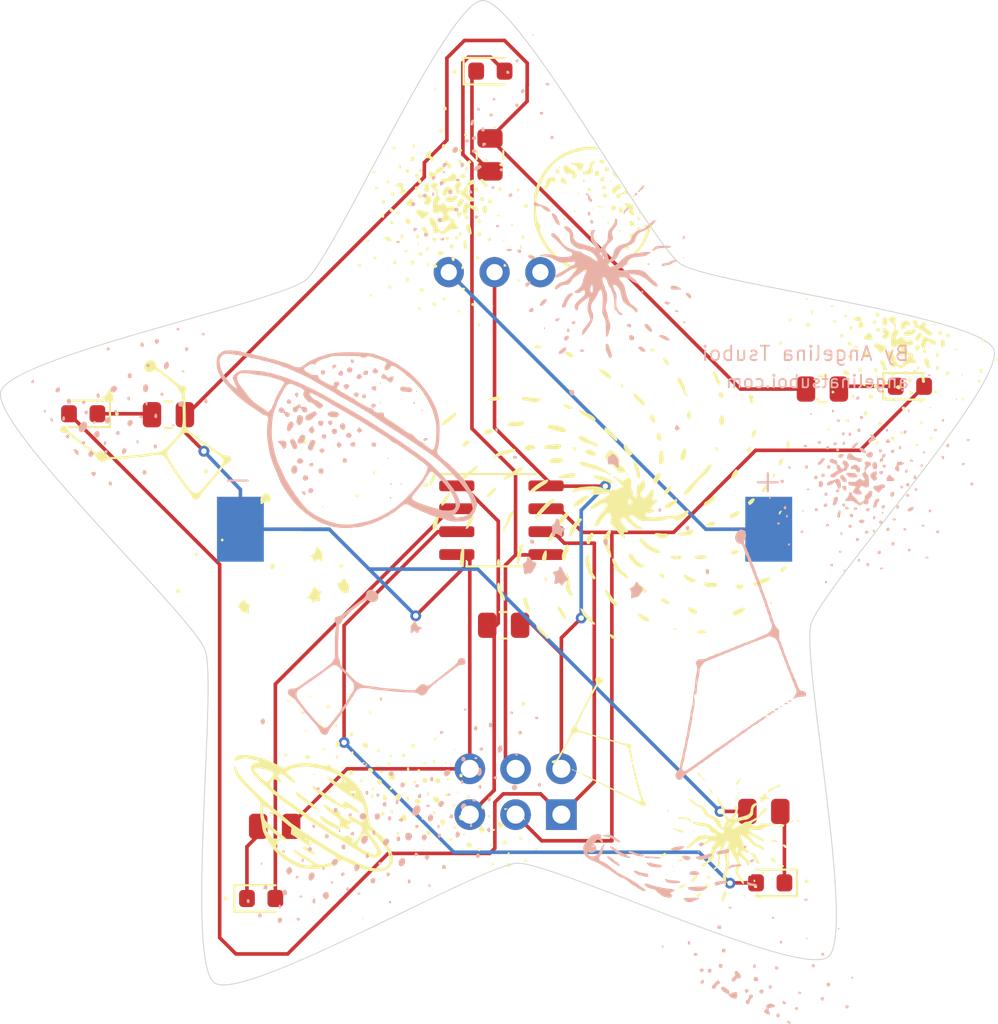
<source format=kicad_pcb>
(kicad_pcb (version 20221018) (generator pcbnew)
  (title_block (title "Star Necklace ATtiny13") (date "2024-03-22") (rev "1") (company "Angelina Tsuboi"))
  (layers (0 "F.Cu" signal) (31 "B.Cu" signal) (34 "B.Paste" user) (35 "F.Paste" user) (36 "B.SilkS" user "B.Silkscreen") (37 "F.SilkS" user "F.Silkscreen") (38 "B.Mask" user) (39 "F.Mask" user) (44 "Edge.Cuts" user))
  (net 0 "")
  (net 1 "Net-(D1-K)")
  (net 2 "GNDREF")
  (net 3 "Net-(D2-K)")
  (net 4 "Net-(D3-K)")
  (net 5 "Net-(D4-K)")
  (net 6 "Net-(D5-K)")
  (net 7 "VCC")
  (net 8 "RST")
  (net 9 "PB3")
  (net 10 "PB4")
  (net 11 "MOSI")
  (net 12 "MISO")
  (net 13 "SCK")
  (net 15 "Net-(BAT1-+)")
  (footprint "LED_SMD:LED_0603_1608Metric" (layer "F.Cu") (at 112.482 84.6338 180)
    (fp_text reference "D5" hide)
    (fp_text value "LED")
    (pad "1" smd roundrect (at -0.7875 0 180) (size 0.875 0.95) (layers "F.Cu" "F.Paste" "F.Mask") (net 6 "Net-(D5-K)"))
    (pad "2" smd roundrect (at 0.7875 0 180) (size 0.875 0.95) (layers "F.Cu" "F.Paste" "F.Mask") (net 10 "PB4"))
  )
  (footprint "Resistor_SMD:R_0805_2012Metric" (layer "F.Cu") (at 112.1283 80.6714 180)
    (fp_text reference "R5" hide)
    (fp_text value "100")
    (pad "1" smd roundrect (at -0.9125 0 180) (size 1.025 1.4) (layers "F.Cu" "F.Paste" "F.Mask") (roundrect_rratio 0.243902439) (net 6 "Net-(D5-K)"))
    (pad "2" smd roundrect (at 0.9125 0 180) (size 1.025 1.4) (layers "F.Cu" "F.Paste" "F.Mask") (roundrect_rratio 0.243902439) (net 2 "GNDREF"))
  )
  (footprint "LED_SMD:LED_0603_1608Metric" (layer "F.Cu") (at 74.382 58.6242 180)
    (fp_text reference "D2" hide)
    (fp_text value "LED" hide)
    (pad "1" smd roundrect (at -0.7875 0 180) (size 0.875 0.95) (layers "F.Cu" "F.Paste" "F.Mask") (net 3 "Net-(D2-K)"))
    (pad "2" smd roundrect (at 0.7875 0 180) (size 0.875 0.95) (layers "F.Cu" "F.Paste" "F.Mask") (net 12 "MISO"))
  )
  (footprint "LED_SMD:LED_0603_1608Metric" (layer "F.Cu") (at 120.2289 57.1002)
    (fp_text reference "D3" hide)
    (fp_text value "LED")
    (pad "1" smd roundrect (at -0.7875 0) (size 0.875 0.95) (layers "F.Cu" "F.Paste" "F.Mask") (net 4 "Net-(D3-K)"))
    (pad "2" smd roundrect (at 0.7875 0) (size 0.875 0.95) (layers "F.Cu" "F.Paste" "F.Mask") (net 13 "SCK"))
  )
  (footprint "LOGO" (layer "F.Cu") (at 98.75 63)
    (fp_text reference "G***" hide)
    (fp_text value "LOGO" hide)
  )
  (footprint "Resistor_SMD:R_0805_2012Metric" (layer "F.Cu") (at 115.3776 57.2526 180)
    (fp_text reference "R3" hide)
    (fp_text value "100")
    (pad "1" smd roundrect (at -0.9125 0 180) (size 1.025 1.4) (layers "F.Cu" "F.Paste" "F.Mask") (roundrect_rratio 0.243902439) (net 4 "Net-(D3-K)"))
    (pad "2" smd roundrect (at 0.9125 0 180) (size 1.025 1.4) (layers "F.Cu" "F.Paste" "F.Mask") (roundrect_rratio 0.243902439) (net 2 "GNDREF"))
  )
  (footprint "LED_SMD:LED_0603_1608Metric" (layer "F.Cu") (at 84.25 85.5)
    (fp_text reference "D4" hide)
    (fp_text value "LED")
    (pad "1" smd roundrect (at -0.7875 0) (size 0.875 0.95) (layers "F.Cu" "F.Paste" "F.Mask") (net 5 "Net-(D4-K)"))
    (pad "2" smd roundrect (at 0.7875 0) (size 0.875 0.95) (layers "F.Cu" "F.Paste" "F.Mask") (net 9 "PB3"))
  )
  (footprint "Package_SO:SOIC-8_3.9x4.9mm_P1.27mm" (layer "F.Cu") (at 97.575 64.525)
    (fp_text reference "U1" hide)
    (fp_text value "ATtiny13A")
    (pad "1" smd roundrect (at -2.475 -1.905) (size 1.95 0.6) (layers "F.Cu" "F.Paste" "F.Mask") (net 8 "RST"))
    (pad "2" smd roundrect (at -2.475 -0.635) (size 1.95 0.6) (layers "F.Cu" "F.Paste" "F.Mask") (net 9 "PB3"))
    (pad "3" smd roundrect (at -2.475 0.635) (size 1.95 0.6) (layers "F.Cu" "F.Paste" "F.Mask") (net 10 "PB4"))
    (pad "4" smd roundrect (at -2.475 1.905) (size 1.95 0.6) (layers "F.Cu" "F.Paste" "F.Mask") (net 2 "GNDREF"))
    (pad "5" smd roundrect (at 2.475 1.905) (size 1.95 0.6) (layers "F.Cu" "F.Paste" "F.Mask") (net 11 "MOSI"))
    (pad "6" smd roundrect (at 2.475 0.635) (size 1.95 0.6) (layers "F.Cu" "F.Paste" "F.Mask") (net 12 "MISO"))
    (pad "7" smd roundrect (at 2.475 -0.635) (size 1.95 0.6) (layers "F.Cu" "F.Paste" "F.Mask") (net 13 "SCK"))
    (pad "8" smd roundrect (at 2.475 -1.905) (size 1.95 0.6) (layers "F.Cu" "F.Paste" "F.Mask") (net 7 "VCC"))
  )
  (footprint "Resistor_SMD:R_0805_2012Metric" (layer "F.Cu") (at 97.7 70.35 180)
    (fp_text reference "R6" hide)
    (fp_text value "4.7k")
    (pad "1" smd roundrect (at -0.9125 0 180) (size 1.025 1.4) (layers "F.Cu" "F.Paste" "F.Mask") (roundrect_rratio 0.243902439) (net 7 "VCC"))
    (pad "2" smd roundrect (at 0.9125 0 180) (size 1.025 1.4) (layers "F.Cu" "F.Paste" "F.Mask") (roundrect_rratio 0.243902439) (net 8 "RST"))
  )
  (footprint "Resistor_SMD:R_0805_2012Metric" (layer "F.Cu") (at 79.1083 58.675)
    (fp_text reference "R2" hide)
    (fp_text value "100")
    (pad "1" smd roundrect (at -0.9125 0) (size 1.025 1.4) (layers "F.Cu" "F.Paste" "F.Mask") (roundrect_rratio 0.243902439) (net 3 "Net-(D2-K)"))
    (pad "2" smd roundrect (at 0.9125 0) (size 1.025 1.4) (layers "F.Cu" "F.Paste" "F.Mask") (roundrect_rratio 0.243902439) (net 2 "GNDREF"))
  )
  (footprint "Resistor_SMD:R_0805_2012Metric" (layer "F.Cu") (at 96.940656 44.269458 90)
    (fp_text reference "R1" hide)
    (fp_text value "100")
    (pad "1" smd roundrect (at -0.9125 0 90) (size 1.025 1.4) (layers "F.Cu" "F.Paste" "F.Mask") (roundrect_rratio 0.243902439) (net 1 "Net-(D1-K)"))
    (pad "2" smd roundrect (at 0.9125 0 90) (size 1.025 1.4) (layers "F.Cu" "F.Paste" "F.Mask") (roundrect_rratio 0.243902439) (net 2 "GNDREF"))
  )
  (footprint "LED_SMD:LED_0603_1608Metric" (layer "F.Cu") (at 96.9625 39.625)
    (fp_text reference "D1" hide)
    (fp_text value "LED")
    (pad "1" smd roundrect (at -0.7875 0) (size 0.875 0.95) (layers "F.Cu" "F.Paste" "F.Mask") (net 1 "Net-(D1-K)"))
    (pad "2" smd roundrect (at 0.7875 0) (size 0.875 0.95) (layers "F.Cu" "F.Paste" "F.Mask") (net 11 "MOSI"))
  )
  (footprint "Resistor_SMD:R_0805_2012Metric" (layer "F.Cu") (at 85 81.5)
    (fp_text reference "R4" hide)
    (fp_text value "100")
    (pad "1" smd roundrect (at -0.9125 0) (size 1.025 1.4) (layers "F.Cu" "F.Paste" "F.Mask") (roundrect_rratio 0.243902439) (net 5 "Net-(D4-K)"))
    (pad "2" smd roundrect (at 0.9125 0) (size 1.025 1.4) (layers "F.Cu" "F.Paste" "F.Mask") (roundrect_rratio 0.243902439) (net 2 "GNDREF"))
  )
  (footprint "Connector_PinHeader_2.54mm:PinHeader_2x03_P2.54mm_Vertical" (layer "B.Cu") (at 100.9 80.85 90)
    (fp_text reference "J1" hide)
    (fp_text value "Conn_02x03_Odd_Even" hide)
    (pad "1" thru_hole rect (at 0 0 90) (size 1.7 1.7) (drill 1) (layers "*.Cu" "*.Mask") (net 12 "MISO"))
    (pad "2" thru_hole oval (at 2.54 0 90) (size 1.7 1.7) (drill 1) (layers "*.Cu" "*.Mask") (net 7 "VCC"))
    (pad "3" thru_hole oval (at 0 -2.54 90) (size 1.7 1.7) (drill 1) (layers "*.Cu" "*.Mask") (net 13 "SCK"))
    (pad "4" thru_hole oval (at 2.54 -2.54 90) (size 1.7 1.7) (drill 1) (layers "*.Cu" "*.Mask") (net 11 "MOSI"))
    (pad "5" thru_hole oval (at 0 -5.08 90) (size 1.7 1.7) (drill 1) (layers "*.Cu" "*.Mask") (net 8 "RST"))
    (pad "6" thru_hole oval (at 2.54 -5.08 90) (size 1.7 1.7) (drill 1) (layers "*.Cu" "*.Mask") (net 2 "GNDREF"))
  )
  (footprint "Button_Switch_THT:Schiebeschalter_SS-12D00" (layer "B.Cu") (at 97.194656 50.771858 180)
    (fp_text reference "SW1" hide)
    (fp_text value "SW_SPDT")
    (pad "1" thru_hole circle (at -2.54 0 180) (size 1.6764 1.6764) (drill 0.9) (layers "*.Cu" "*.Mask"))
    (pad "2" thru_hole circle (at 0 0 180) (size 1.6764 1.6764) (drill 0.9) (layers "*.Cu" "*.Mask") (net 7 "VCC"))
    (pad "3" thru_hole circle (at 2.54 0 180) (size 1.6764 1.6764) (drill 0.9) (layers "*.Cu" "*.Mask") (net 15 "Net-(BAT1-+)"))
  )
  (footprint "Battery:BatteryHolder_Keystone_1060_1x2032" (layer "B.Cu") (at 97.75 65.025 180)
    (fp_text reference "BAT1" hide)
    (fp_text value "Coin Cell Holder 3V" hide)
    (pad "1" smd rect (at -14.65 0) (size 2.6 3.6) (layers "B.Cu" "B.Paste" "B.Mask") (net 15 "Net-(BAT1-+)"))
    (pad "2" smd rect (at 14.65 0) (size 2.6 3.6) (layers "B.Cu" "B.Paste" "B.Mask") (net 2 "GNDREF"))
  )
  (footprint "LOGO" (layer "B.Cu") (at 97.75 65.025 180)
    (fp_text reference "G***" hide)
    (fp_text value "LOGO" hide)
  )
  (gr_circle (center 114.5 84.55) (end 114.525 84.6) (stroke (width 0.1)) (fill none) (layer "F.SilkS"))
  (gr_circle (center 82.275 85.5) (end 82.3 85.55) (stroke (width 0.1)) (fill none) (layer "F.SilkS"))
  (gr_circle (center 118.325 57.1) (end 118.35 57.15) (stroke (width 0.1)) (fill none) (layer "F.SilkS"))
  (gr_circle (center 76.25 58.625) (end 76.275 58.675) (stroke (width 0.1)) (fill none) (layer "F.SilkS"))
  (gr_circle (center 93.375 62.575) (end 93.4 62.6) (stroke (width 0.1)) (fill none) (layer "F.SilkS"))
  (gr_circle (center 94.975 39.65) (end 95 39.7) (stroke (width 0.1)) (fill none) (layer "F.SilkS"))
  (gr_curve (pts (xy 81.666391 90.178892) (xy 80.019391 89.054542) (xy 81.833291 73.635178) (xy 81.144825 71.73209)) (stroke (width 0.05)) (layer "Edge.Cuts"))
  (gr_curve (pts (xy 81.144825 71.73209) (xy 80.456358 69.829002) (xy 69.276961 59.359913) (xy 69.81 57.405)) (stroke (width 0.05)) (layer "Edge.Cuts"))
  (gr_curve (pts (xy 98.446702 83.543431) (xy 96.470265 83.627289) (xy 83.313391 91.303235) (xy 81.666391 90.178892)) (stroke (width 0.05)) (layer "Edge.Cuts"))
  (gr_curve (pts (xy 69.81 57.405) (xy 70.343037 55.450088) (xy 85.193493 52.455606) (xy 86.744433 51.195581)) (stroke (width 0.05)) (layer "Edge.Cuts"))
  (gr_curve (pts (xy 115.70348 88.734753) (xy 114.152543 89.994785) (xy 100.42314 83.459574) (xy 98.446702 83.543431)) (stroke (width 0.05)) (layer "Edge.Cuts"))
  (gr_curve (pts (xy 96.519433 35.705495) (xy 98.49587 35.621638) (xy 105.860054 49.190315) (xy 107.507056 50.314658)) (stroke (width 0.05)) (layer "Edge.Cuts"))
  (gr_curve (pts (xy 114.739457 70.306729) (xy 114.206417 72.261642) (xy 117.254418 87.474728) (xy 115.70348 88.734753)) (stroke (width 0.05)) (layer "Edge.Cuts"))
  (gr_curve (pts (xy 124.883167 55.068349) (xy 125.57163 56.97143) (xy 115.272496 68.351817) (xy 114.739457 70.306729)) (stroke (width 0.05)) (layer "Edge.Cuts"))
  (gr_curve (pts (xy 86.744433 51.195581) (xy 88.295373 49.935549) (xy 94.543002 35.789353) (xy 96.519433 35.705495)) (stroke (width 0.05)) (layer "Edge.Cuts"))
  (gr_curve (pts (xy 107.507056 50.314658) (xy 109.154058 51.439001) (xy 124.194698 53.165261) (xy 124.883167 55.068349)) (stroke (width 0.05)) (layer "Edge.Cuts"))
  (gr_text "angelinatsuboi.com" (at 120.25 57.25) (layer "B.SilkS") (effects (font (size 0.7 0.7) (thickness 0.1)) (justify left bottom mirror)))
  (gr_text "By Angelina Tsuboi" (at 120.25 55.75) (layer "B.SilkS") (effects (font (size 0.8 0.8) (thickness 0.1)) (justify left bottom mirror)))
  (segment (start 95.940656 44.181958) (end 96.940656 45.181958) (width 0.2) (layer "F.Cu") (net 1))
  (segment (start 96.175 39.625) (end 95.940656 39.859344) (width 0.2) (layer "F.Cu") (net 1))
  (segment (start 95.940656 39.859344) (end 95.940656 44.181958) (width 0.2) (layer "F.Cu") (net 1))
  (segment (start 99.006143 39.181143) (end 97.75 37.925) (width 0.2) (layer "F.Cu") (net 2))
  (segment (start 111.2158 80.6714) (end 109.7036 80.6714) (width 0.2) (layer "F.Cu") (net 2))
  (segment (start 89.015 78.31) (end 95.82 78.31) (width 0.2) (layer "F.Cu") (net 2))
  (segment (start 95.4924 67.1576) (end 95.4924 66.4474) (width 0.2) (layer "F.Cu") (net 2))
  (segment (start 114.4651 57.2526) (end 110.836298 57.2526) (width 0.2) (layer "F.Cu") (net 2))
  (segment (start 99 40.4) (end 99.006143 40.393857) (width 0.2) (layer "F.Cu") (net 2))
  (segment (start 94.55 43.45) (end 93.3 44.7) (width 0.2) (layer "F.Cu") (net 2))
  (segment (start 85.9125 82) (end 86.080931 81.831569) (width 0.2) (layer "F.Cu") (net 2))
  (segment (start 99.006143 40.393857) (end 99.006143 39.181143) (width 0.2) (layer "F.Cu") (net 2))
  (segment (start 92.825 69.825) (end 95.4924 67.1576) (width 0.2) (layer "F.Cu") (net 2))
  (segment (start 94.55 38.9) (end 94.55 43.45) (width 0.2) (layer "F.Cu") (net 2))
  (segment (start 95.82 66.775) (end 95.4924 66.4474) (width 0.2) (layer "F.Cu") (net 2))
  (segment (start 99 41.297614) (end 99 40.4) (width 0.2) (layer "F.Cu") (net 2))
  (segment (start 93.3 45.494729) (end 80.119729 58.675) (width 0.2) (layer "F.Cu") (net 2))
  (segment (start 85.8628 81.4622) (end 89.015 78.31) (width 0.2) (layer "F.Cu") (net 2))
  (segment (start 80.0208 58.675) (end 80.0208 59.6458) (width 0.2) (layer "F.Cu") (net 2))
  (segment (start 110.836298 57.2526) (end 96.940656 43.356958) (width 0.2) (layer "F.Cu") (net 2))
  (segment (start 93.3 44.7) (end 93.3 45.494729) (width 0.2) (layer "F.Cu") (net 2))
  (segment (start 96.940656 43.356958) (end 99 41.297614) (width 0.2) (layer "F.Cu") (net 2))
  (segment (start 80.0208 59.6458) (end 81.075 60.7) (width 0.2) (layer "F.Cu") (net 2))
  (segment (start 80.119729 58.675) (end 80.0208 58.675) (width 0.2) (layer "F.Cu") (net 2))
  (segment (start 95.82 78.31) (end 95.82 66.775) (width 0.2) (layer "F.Cu") (net 2))
  (segment (start 109.7036 80.6714) (end 109.7 80.675) (width 0.2) (layer "F.Cu") (net 2))
  (segment (start 95.525 37.925) (end 94.55 38.9) (width 0.2) (layer "F.Cu") (net 2))
  (segment (start 97.75 37.925) (end 95.525 37.925) (width 0.2) (layer "F.Cu") (net 2))
  (via (at 81.075 60.7) (size 0.6) (drill 0.3) (layers "F.Cu" "B.Cu") (net 2))
  (via (at 92.825 69.825) (size 0.6) (drill 0.3) (layers "F.Cu" "B.Cu") (net 2))
  (via (at 81.075 60.7) (size 0.6) (drill 0.3) (layers "F.Cu" "B.Cu") (net 2))
  (via (at 109.7 80.675) (size 0.6) (drill 0.3) (layers "F.Cu" "B.Cu") (net 2))
  (segment (start 88.025 65.025) (end 86.575 65.025) (width 0.2) (layer "B.Cu") (net 2))
  (segment (start 81.075 60.7) (end 81.1 60.825) (width 0.2) (layer "B.Cu") (net 2))
  (segment (start 90.2375 67.2375) (end 88.025 65.025) (width 0.2) (layer "B.Cu") (net 2))
  (segment (start 83.1 65.025) (end 83.1 62.825) (width 0.2) (layer "B.Cu") (net 2))
  (segment (start 96.2625 67.2375) (end 90.2375 67.2375) (width 0.2) (layer "B.Cu") (net 2))
  (segment (start 92.825 69.825) (end 90.2375 67.2375) (width 0.2) (layer "B.Cu") (net 2))
  (segment (start 83.1 62.825) (end 81.075 60.7) (width 0.2) (layer "B.Cu") (net 2))
  (segment (start 83.1 65.025) (end 88.025 65.025) (width 0.2) (layer "B.Cu") (net 2))
  (segment (start 109.7 80.675) (end 96.2625 67.2375) (width 0.2) (layer "B.Cu") (net 2))
  (segment (start 78.145 58.6242) (end 78.1958 58.675) (width 0.2) (layer "F.Cu") (net 3))
  (segment (start 75.1695 58.6242) (end 78.145 58.6242) (width 0.2) (layer "F.Cu") (net 3))
  (segment (start 116.4425 57.1002) (end 116.2901 57.2526) (width 0.2) (layer "F.Cu") (net 4))
  (segment (start 119.4414 57.1002) (end 116.4425 57.1002) (width 0.2) (layer "F.Cu") (net 4))
  (segment (start 83.4625 82.625) (end 83.4625 85.5) (width 0.2) (layer "F.Cu") (net 5))
  (segment (start 84.0875 82) (end 83.4625 82.625) (width 0.2) (layer "F.Cu") (net 5))
  (segment (start 113.0408 80.6714) (end 113.2695 80.9001) (width 0.2) (layer "F.Cu") (net 6))
  (segment (start 113.2695 80.9001) (end 113.2695 84.6338) (width 0.2) (layer "F.Cu") (net 6))
  (segment (start 100.101004 62.6374) (end 100.4424 62.6374) (width 0.2) (layer "F.Cu") (net 7))
  (segment (start 102 69.95) (end 100.9 71.05) (width 0.2) (layer "F.Cu") (net 7))
  (segment (start 97.194656 59.389656) (end 100.4424 62.6374) (width 0.2) (layer "F.Cu") (net 7))
  (segment (start 97.194656 50.771858) (end 97.194656 59.389656) (width 0.2) (layer "F.Cu") (net 7))
  (segment (start 99.2125 70.25) (end 100.9 71.9375) (width 0.2) (layer "F.Cu") (net 7))
  (segment (start 99.2125 70.25) (end 99.1674 70.2049) (width 0.2) (layer "F.Cu") (net 7))
  (segment (start 100.4424 62.6374) (end 103.3374 62.6374) (width 0.2) (layer "F.Cu") (net 7))
  (segment (start 100.9 71.9375) (end 100.9 78.31) (width 0.2) (layer "F.Cu") (net 7))
  (segment (start 100.9 71.05) (end 100.9 71.9375) (width 0.2) (layer "F.Cu") (net 7))
  (via (at 102 69.95) (size 0.6) (drill 0.3) (layers "F.Cu" "B.Cu") (net 7))
  (via (at 103.3374 62.6374) (size 0.6) (drill 0.3) (layers "F.Cu" "B.Cu") (net 7))
  (segment (start 103.3374 62.6374) (end 102 63.9748) (width 0.2) (layer "B.Cu") (net 7))
  (segment (start 102 63.9748) (end 102 69.95) (width 0.2) (layer "B.Cu") (net 7))
  (segment (start 102 69.95) (end 102 69.9) (width 0.2) (layer "B.Cu") (net 7))
  (segment (start 96.7875 70.35) (end 97.29 70.35) (width 0.2) (layer "F.Cu") (net 8))
  (segment (start 97.175 70.7375) (end 96.7875 70.35) (width 0.2) (layer "F.Cu") (net 8))
  (segment (start 95.441396 62.62) (end 95.1 62.62) (width 0.2) (layer "F.Cu") (net 8))
  (segment (start 97.29 70.35) (end 97.4 70.24) (width 0.2) (layer "F.Cu") (net 8))
  (segment (start 95.82 80.85) (end 97.175 79.495) (width 0.2) (layer "F.Cu") (net 8))
  (segment (start 97.175 79.495) (end 97.175 70.7375) (width 0.2) (layer "F.Cu") (net 8))
  (segment (start 97.4 64.578604) (end 95.441396 62.62) (width 0.2) (layer "F.Cu") (net 8))
  (segment (start 97.4 70.24) (end 97.4 64.578604) (width 0.2) (layer "F.Cu") (net 8))
  (segment (start 94.741204 63.9074) (end 95.4924 63.9074) (width 0.2) (layer "F.Cu") (net 9))
  (segment (start 85.0375 73.611104) (end 94.741204 63.9074) (width 0.2) (layer "F.Cu") (net 9))
  (segment (start 85.0375 85.25) (end 85.0375 73.611104) (width 0.2) (layer "F.Cu") (net 9))
  (segment (start 111.6945 84.6338) (end 110.2662 84.6338) (width 0.2) (layer "F.Cu") (net 10))
  (segment (start 94.03689 65.1774) (end 95.4924 65.1774) (width 0.2) (layer "F.Cu") (net 10))
  (segment (start 88.85 70.36429) (end 94.05429 65.16) (width 0.2) (layer "F.Cu") (net 10))
  (segment (start 110.2338 84.6338) (end 110.2162 84.6338) (width 0.2) (layer "F.Cu") (net 10))
  (segment (start 110.2162 84.6338) (end 110.2 84.65) (width 0.2) (layer "F.Cu") (net 10))
  (segment (start 94.05429 65.16) (end 95.1 65.16) (width 0.2) (layer "F.Cu") (net 10))
  (segment (start 88.85 76.85) (end 88.85 70.36429) (width 0.2) (layer "F.Cu") (net 10))
  (segment (start 110.25 84.65) (end 110.2338 84.6338) (width 0.2) (layer "F.Cu") (net 10))
  (segment (start 110.2662 84.6338) (end 110.25 84.65) (width 0.2) (layer "F.Cu") (net 10))
  (via (at 88.85 76.85) (size 0.6) (drill 0.3) (layers "F.Cu" "B.Cu") (net 10))
  (via (at 110.25 84.65) (size 0.6) (drill 0.3) (layers "F.Cu" "B.Cu") (net 10))
  (segment (start 110.25 84.65) (end 108.535327 82.935327) (width 0.2) (layer "B.Cu") (net 10))
  (segment (start 94.935327 82.935327) (end 88.85 76.85) (width 0.2) (layer "B.Cu") (net 10))
  (segment (start 108.535327 82.935327) (end 94.935327 82.935327) (width 0.2) (layer "B.Cu") (net 10))
  (segment (start 97.75 39.625) (end 96.975 38.85) (width 0.2) (layer "F.Cu") (net 11))
  (segment (start 95.4375 39.153877) (end 95.4375 44.244488) (width 0.2) (layer "F.Cu") (net 11))
  (segment (start 97.8 77.75) (end 97.8 67.01) (width 0.2) (layer "F.Cu") (net 11))
  (segment (start 100.101004 66.4474) (end 100.098404 66.45) (width 0.2) (layer "F.Cu") (net 11))
  (segment (start 96.975 38.85) (end 95.741377 38.85) (width 0.2) (layer "F.Cu") (net 11))
  (segment (start 98.36 61.86) (end 98.36 66.45) (width 0.2) (layer "F.Cu") (net 11))
  (segment (start 97.8 67.01) (end 98.36 66.45) (width 0.2) (layer "F.Cu") (net 11))
  (segment (start 100.098404 66.45) (end 98.36 66.45) (width 0.2) (layer "F.Cu") (net 11))
  (segment (start 95.940656 44.747644) (end 95.940656 59.440656) (width 0.2) (layer "F.Cu") (net 11))
  (segment (start 98.36 78.31) (end 97.8 77.75) (width 0.2) (layer "F.Cu") (net 11))
  (segment (start 95.4375 44.244488) (end 95.940656 44.747644) (width 0.2) (layer "F.Cu") (net 11))
  (segment (start 95.741377 38.85) (end 95.4375 39.153877) (width 0.2) (layer "F.Cu") (net 11))
  (segment (start 95.940656 59.440656) (end 98.36 61.86) (width 0.2) (layer "F.Cu") (net 11))
  (segment (start 100.4424 66.4474) (end 100.101004 66.4474) (width 0.2) (layer "F.Cu") (net 11))
  (segment (start 97.21 82.715) (end 97.21 80.165) (width 0.2) (layer "F.Cu") (net 12))
  (segment (start 82.85 88.575) (end 85.720475 88.575) (width 0.2) (layer "F.Cu") (net 12))
  (segment (start 91.295475 83) (end 96.925 83) (width 0.2) (layer "F.Cu") (net 12))
  (segment (start 101.065 65.8) (end 100.4424 65.1774) (width 0.2) (layer "F.Cu") (net 12))
  (segment (start 102.725 79.025) (end 102.725 65.8) (width 0.2) (layer "F.Cu") (net 12))
  (segment (start 81.95 87.675) (end 82.85 88.575) (width 0.2) (layer "F.Cu") (net 12))
  (segment (start 81.95 66.9797) (end 81.95 87.675) (width 0.2) (layer "F.Cu") (net 12))
  (segment (start 99.75 79.7) (end 100.9 80.85) (width 0.2) (layer "F.Cu") (net 12))
  (segment (start 85.720475 88.575) (end 91.295475 83) (width 0.2) (layer "F.Cu") (net 12))
  (segment (start 97.675 79.7) (end 99.75 79.7) (width 0.2) (layer "F.Cu") (net 12))
  (segment (start 100.9 80.85) (end 102.725 79.025) (width 0.2) (layer "F.Cu") (net 12))
  (segment (start 96.925 83) (end 97.21 82.715) (width 0.2) (layer "F.Cu") (net 12))
  (segment (start 102.725 65.8) (end 101.065 65.8) (width 0.2) (layer "F.Cu") (net 12))
  (segment (start 97.21 80.165) (end 97.675 79.7) (width 0.2) (layer "F.Cu") (net 12))
  (segment (start 73.5945 58.6242) (end 81.95 66.9797) (width 0.2) (layer "F.Cu") (net 12))
  (segment (start 102.05 65.2) (end 103.7 65.2) (width 0.2) (layer "F.Cu") (net 13))
  (segment (start 100.783796 63.9074) (end 102.05 65.173604) (width 0.2) (layer "F.Cu") (net 13))
  (segment (start 103.7 65.2) (end 107.125 65.2) (width 0.2) (layer "F.Cu") (net 13))
  (segment (start 111.675 60.65) (end 117.4666 60.65) (width 0.2) (layer "F.Cu") (net 13))
  (segment (start 117.4666 60.65) (end 121.0164 57.1002) (width 0.2) (layer "F.Cu") (net 13))
  (segment (start 100.4424 63.9074) (end 100.783796 63.9074) (width 0.2) (layer "F.Cu") (net 13))
  (segment (start 107.125 65.2) (end 111.675 60.65) (width 0.2) (layer "F.Cu") (net 13))
  (segment (start 99.81 82.3) (end 103.7 82.3) (width 0.2) (layer "F.Cu") (net 13))
  (segment (start 102.05 65.173604) (end 102.05 65.2) (width 0.2) (layer "F.Cu") (net 13))
  (segment (start 103.7 82.3) (end 103.7 65.2) (width 0.2) (layer "F.Cu") (net 13))
  (segment (start 98.36 80.85) (end 99.81 82.3) (width 0.2) (layer "F.Cu") (net 13))
  (segment (start 94.654656 50.771858) (end 108.907798 65.025) (width 0.2) (layer "B.Cu") (net 15))
  (segment (start 108.907798 65.025) (end 112.4 65.025) (width 0.2) (layer "B.Cu") (net 15))
)
</source>
